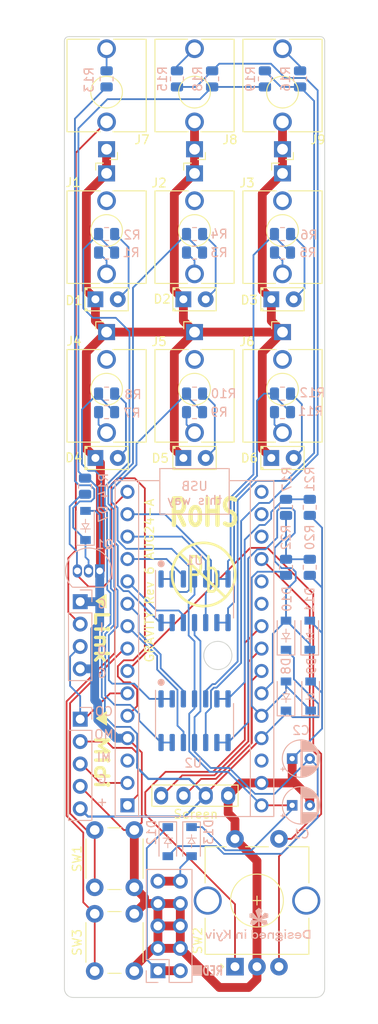
<source format=kicad_pcb>
(kicad_pcb (version 20221018) (generator pcbnew)

  (general
    (thickness 1.6)
  )

  (paper "A4")
  (layers
    (0 "F.Cu" signal)
    (31 "B.Cu" signal)
    (32 "B.Adhes" user "B.Adhesive")
    (33 "F.Adhes" user "F.Adhesive")
    (34 "B.Paste" user)
    (35 "F.Paste" user)
    (36 "B.SilkS" user "B.Silkscreen")
    (37 "F.SilkS" user "F.Silkscreen")
    (38 "B.Mask" user)
    (39 "F.Mask" user)
    (40 "Dwgs.User" user "User.Drawings")
    (41 "Cmts.User" user "User.Comments")
    (42 "Eco1.User" user "User.Eco1")
    (43 "Eco2.User" user "User.Eco2")
    (44 "Edge.Cuts" user)
    (45 "Margin" user)
    (46 "B.CrtYd" user "B.Courtyard")
    (47 "F.CrtYd" user "F.Courtyard")
    (48 "B.Fab" user)
    (49 "F.Fab" user)
    (50 "User.1" user)
    (51 "User.2" user)
    (52 "User.3" user)
    (53 "User.4" user)
    (54 "User.5" user)
    (55 "User.6" user)
    (56 "User.7" user)
    (57 "User.8" user)
    (58 "User.9" user)
  )

  (setup
    (stackup
      (layer "F.SilkS" (type "Top Silk Screen"))
      (layer "F.Paste" (type "Top Solder Paste"))
      (layer "F.Mask" (type "Top Solder Mask") (thickness 0.01))
      (layer "F.Cu" (type "copper") (thickness 0.035))
      (layer "dielectric 1" (type "core") (thickness 1.51) (material "FR4") (epsilon_r 4.5) (loss_tangent 0.02))
      (layer "B.Cu" (type "copper") (thickness 0.035))
      (layer "B.Mask" (type "Bottom Solder Mask") (thickness 0.01))
      (layer "B.Paste" (type "Bottom Solder Paste"))
      (layer "B.SilkS" (type "Bottom Silk Screen"))
      (copper_finish "None")
      (dielectric_constraints no)
    )
    (pad_to_mask_clearance 0)
    (aux_axis_origin 100 40)
    (pcbplotparams
      (layerselection 0x00010fc_ffffffff)
      (plot_on_all_layers_selection 0x0000000_00000000)
      (disableapertmacros false)
      (usegerberextensions false)
      (usegerberattributes true)
      (usegerberadvancedattributes true)
      (creategerberjobfile true)
      (dashed_line_dash_ratio 12.000000)
      (dashed_line_gap_ratio 3.000000)
      (svgprecision 6)
      (plotframeref false)
      (viasonmask false)
      (mode 1)
      (useauxorigin false)
      (hpglpennumber 1)
      (hpglpenspeed 20)
      (hpglpendiameter 15.000000)
      (dxfpolygonmode true)
      (dxfimperialunits true)
      (dxfusepcbnewfont true)
      (psnegative false)
      (psa4output false)
      (plotreference true)
      (plotvalue true)
      (plotinvisibletext false)
      (sketchpadsonfab false)
      (subtractmaskfromsilk false)
      (outputformat 1)
      (mirror false)
      (drillshape 0)
      (scaleselection 1)
      (outputdirectory "REV5 Exports/")
    )
  )

  (net 0 "")
  (net 1 "Serial Out")
  (net 2 "Serial In")
  (net 3 "unconnected-(A1-~{RESET}-Pad3)")
  (net 4 "GND")
  (net 5 "DIGITAL INPUT")
  (net 6 "ENC_D2")
  (net 7 "ENC_D1")
  (net 8 "Channel 1")
  (net 9 "Channel 3")
  (net 10 "Channel 4")
  (net 11 "Channel 6")
  (net 12 "START STOP BTN")
  (net 13 "SHIFT BTN")
  (net 14 "24ppqn OUT")
  (net 15 "unconnected-(A1-D13-Pad16)")
  (net 16 "unconnected-(A1-3V3-Pad17)")
  (net 17 "unconnected-(A1-AREF-Pad18)")
  (net 18 "unconnected-(A1-A1-Pad20)")
  (net 19 "ENC_BTN")
  (net 20 "I2C SDA")
  (net 21 "I2C SCL")
  (net 22 "+5V")
  (net 23 "unconnected-(A1-A2-Pad21)")
  (net 24 "+12V")
  (net 25 "unconnected-(A1-~{RESET}-Pad28)")
  (net 26 "Net-(D1-A)")
  (net 27 "Net-(D2-A)")
  (net 28 "Net-(D3-A)")
  (net 29 "Net-(D4-A)")
  (net 30 "Net-(D5-A)")
  (net 31 "Net-(D6-A)")
  (net 32 "Net-(J1-PadT)")
  (net 33 "unconnected-(J1-PadTN)")
  (net 34 "Net-(J2-PadT)")
  (net 35 "unconnected-(J2-PadTN)")
  (net 36 "Net-(J3-PadT)")
  (net 37 "unconnected-(J3-PadTN)")
  (net 38 "Net-(J4-PadT)")
  (net 39 "unconnected-(J4-PadTN)")
  (net 40 "Net-(J5-PadT)")
  (net 41 "unconnected-(J5-PadTN)")
  (net 42 "Net-(J6-PadT)")
  (net 43 "unconnected-(J6-PadTN)")
  (net 44 "Net-(J7-PadT)")
  (net 45 "DIGITAL INPUT PIN")
  (net 46 "Net-(J8-PadT)")
  (net 47 "Net-(J9-PadT)")
  (net 48 "CV2 INPUT")
  (net 49 "-12V")
  (net 50 "CV1 INPUT")
  (net 51 "Net-(D7-K)")
  (net 52 "Net-(D12-K)")
  (net 53 "Net-(D13-A)")
  (net 54 "Net-(U2A--)")
  (net 55 "Net-(U1D--)")
  (net 56 "Net-(U1B--)")
  (net 57 "Net-(U2D--)")
  (net 58 "Net-(U1A--)")
  (net 59 "Net-(U1C--)")
  (net 60 "Net-(U2C-+)")
  (net 61 "Net-(U2B-+)")
  (net 62 "Net-(U2B--)")
  (net 63 "Net-(U2C--)")
  (net 64 "Channel 2")
  (net 65 "Channel 5")

  (footprint "gtoe:thonkiconn" (layer "F.Cu") (at 124.8 46.3 180))

  (footprint "gtoe:button" (layer "F.Cu") (at 105.7 142.75 90))

  (footprint "gtoe:FlatTopLed" (layer "F.Cu") (at 114.8 87.8))

  (footprint "gtoe:thonkiconn" (layer "F.Cu") (at 114.8 62))

  (footprint "gtoe:thonkiconn" (layer "F.Cu") (at 114.8 80))

  (footprint "gtoe:FlatTopLed" (layer "F.Cu") (at 104.8 87.8))

  (footprint "gtoe:FlatTopLed" (layer "F.Cu") (at 124.8 69.8))

  (footprint "gtoe:I2C SSD1306" (layer "F.Cu") (at 114.95 115.8 180))

  (footprint "gtoe:thonkiconn" (layer "F.Cu") (at 124.8 62))

  (footprint "gtoe:FlatTopLed" (layer "F.Cu") (at 114.8 69.8))

  (footprint "gtoe:SwitchEncoder" (layer "F.Cu") (at 121.9 138 90))

  (footprint "gtoe:thonkiconn" (layer "F.Cu") (at 114.8 46.3 180))

  (footprint "gtoe:thonkiconn" (layer "F.Cu") (at 124.8 80))

  (footprint "gtoe:thonkiconn" (layer "F.Cu") (at 104.8 62))

  (footprint "gtoe:FlatTopLed" (layer "F.Cu") (at 124.8 87.8))

  (footprint "gtoe:FlatTopLed" (layer "F.Cu") (at 104.8 69.8))

  (footprint "gtoe:thonkiconn" (layer "F.Cu") (at 104.8 80))

  (footprint "gtoe:thonkiconn" (layer "F.Cu") (at 104.8 46.3 180))

  (footprint "gtoe:button" (layer "F.Cu") (at 105.7 133.25 90))

  (footprint "Diode_SMD:D_SOD-123" (layer "B.Cu") (at 114.46 131.318 -90))

  (footprint "Resistor_SMD:R_0805_2012Metric" (layer "B.Cu") (at 122.8 44.8 -90))

  (footprint "Capacitor_THT:CP_Radial_D4.0mm_P2.00mm" (layer "B.Cu") (at 125.9 127.2))

  (footprint "Diode_SMD:D_SOD-123" (layer "B.Cu") (at 128 114.8 90))

  (footprint "Diode_SMD:D_SOD-123" (layer "B.Cu") (at 127.9 107.9 90))

  (footprint "Resistor_SMD:R_0805_2012Metric" (layer "B.Cu") (at 114.8 82.6 180))

  (footprint "Diode_SMD:D_SOD-123" (layer "B.Cu") (at 111.76 131.318 -90))

  (footprint "Resistor_SMD:R_0805_2012Metric" (layer "B.Cu") (at 114.8 64.5 180))

  (footprint "Package_SO:SO-14_3.9x8.65mm_P1.27mm" (layer "B.Cu") (at 114.8 117.6 -90))

  (footprint "Connector_PinHeader_2.54mm:PinHeader_1x04_P2.54mm_Vertical" (layer "B.Cu") (at 101.8 104.1 180))

  (footprint "gtoe:Arduino_Nano (adjusted courtyard)" (layer "B.Cu") (at 114.8 112))

  (footprint "Resistor_SMD:R_0805_2012Metric" (layer "B.Cu") (at 104.8 44.8 -90))

  (footprint "Resistor_SMD:R_0805_2012Metric" (layer "B.Cu") (at 104.8 82.6 180))

  (footprint "Resistor_SMD:R_0805_2012Metric" (layer "B.Cu") (at 124.8 80.5 180))

  (footprint "Resistor_SMD:R_0805_2012Metric" (layer "B.Cu") (at 114.8 80.5 180))

  (footprint "Resistor_SMD:R_0805_2012Metric" (layer "B.Cu")
    (tstamp 5d6e0119-03e3-4044-ab8d-f6cd0b4c00d4)
    (at 102.35 91 90)
    (descr "Resistor SMD 0805 (2012 Metric), square (rectangular) end terminal, IPC_7351 nominal, (Body size source: IPC-SM-782 page 72, https://www.pcb-3d.com/wordpress/wp-content/uploads/ipc-sm-782a_amendment_1_and_2.pdf), generated with kicad-footprint-generator")
    (tags "resistor")
    (property "Sheetfile" "gtoe.kicad_sch")
    (property "Sheetname" "")
    (property "ki_description" "Resistor")
    (property "ki_keywords" "R res resistor")
    (path "/d7aae2cf-ea30-423a-bd36-51aaefaeb3c9")
    (attr smd)
    (fp_text reference "R14" (at 0.05 2.1 90) (layer "B.SilkS")
        (effects (font (size 1 1) (thickness 0.15)) (justify mirror))
      (tstamp ec47d019-6d49-4abb-8e67-36009aa11b64)
    )
    (fp_text value "10k" (at 0 -1.65 90) (layer "B.Fab")
        (effects (font (size 1 1) (thickness 0.15)) (justify mirror))
      (tstamp 64c68499-b346-4107-b5a6-77824544e649)
    )
    (fp_text user "${REFERENCE}" (at 0 0 90) (layer "B.Fab")
        (effects (font (size 0.5 0.5) (thickness 0.08)) (justify mirror))
      (tstamp b15ae92f-481a-4d2f-90c0-eceffa0d15c3)
    )
    (fp_line (start -0.227064 -0.735) (end 0.227064 -0.735)
      (stroke (width 0.12) (type solid)) (layer "B.SilkS") (tstamp a3206a40-2537-4afd-a7b7-8b7647173c18))
    (fp_line (start -0.227064 0.735) (end 0.227064 0.735)
      (stroke (width 0.12) (type solid)) (layer "B.SilkS") (tstamp 3c63e0ae-70b1-46f7-8255-7415838f9f89))
    (fp_line (start -1.68 -0.95) (end -1.68 0.95)
      (stroke (width 0.05) (type solid)) (layer "B.CrtYd") (tstamp dfb429ca-2597-4e02-91eb-e1ad6cc69f35))
    (fp_line (start -1.68 0.95) (end 1.68 0.95)
      (stroke (width 0.05) (type solid)) (layer "B.CrtYd") (tstamp d3d7de65-cc5a-42d1-8b7d-88ebc910f92d))
    (fp_line (start 1.68 -0.95) (end -1.68 -0.95)
      (stroke (width 0.05) (type solid)) (layer "B.CrtYd") (tstamp 248e9ba9-ac6c-4556-b84a-228dacad6de4))
    (fp_line (start 1.68 0.95) (end 1.68 -0.95)
      (stroke (width 0.05) (type solid)) (layer "B.CrtYd") (tstamp c83c42f0-d079-422d-9065-365c3a73cc24))
    (fp_line (start -1 -0.625) (end -1 0.625)
      (stroke (width 0.1) (type solid)) (layer "B.Fab") (tstamp 2af25f98-7903-41c2-9870-d62398d82086))
    (fp_line (start -1 0.625) (end 1 0.625)
      (stroke (width 0.1) (type solid)) (layer "B.Fab") (tstamp b6b9ccac-ab40-499b-aec5-a03114846286))
    (fp_line (start 1 -0.625) (end -1 -0.625)
      (stroke (width 0.1) (type solid)) (layer "B.Fab") (tstamp f4d17a10-4c24-406e-94a5-de836db4de93))
    (fp_line (start 1 0.625) (end 1 -0.625)
      (stroke (width 0.1) (type solid)) (layer "B.F
... [289409 chars truncated]
</source>
